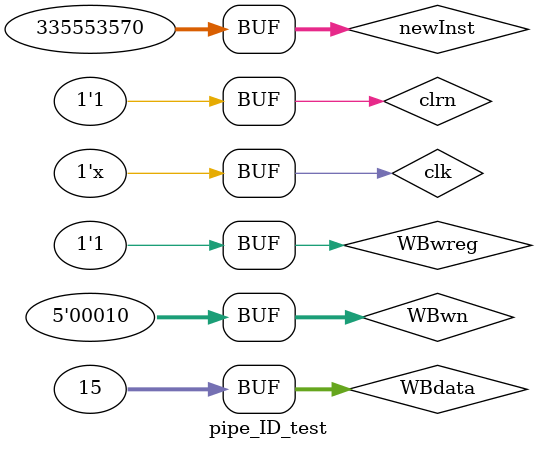
<source format=v>
`timescale 1ns / 1ps


module pipe_ID_test;

	// Inputs
	reg [31:0] newInst;
	reg clrn;
	reg clk;
	reg WBwreg;
	reg [4:0] WBwn;
	reg [31:0] WBdata;

	// Outputs
	wire IDwreg;
	wire IDm2reg;
	wire IDwmem;
	wire [3:0] IDaluc;
	wire IDshift;
	wire IDaluimm;
	wire [4:0] IDwn;
	wire [31:0] IDqa;
	wire [31:0] IDqb;
	wire [31:0] IDimmeOrSa;

	// Instantiate the Unit Under Test (UUT)
	pipe_ID uut (
		.newInst(newInst), 
		.clrn(clrn), 
		.clk(clk), 
		.WBwreg(WBwreg), 
		.WBwn(WBwn), 
		.WBdata(WBdata), 
		.IDwreg(IDwreg), 
		.IDm2reg(IDm2reg), 
		.IDwmem(IDwmem), 
		.IDaluc(IDaluc), 
		.IDshift(IDshift), 
		.IDaluimm(IDaluimm), 
		.IDwn(IDwn), 
		.IDqa(IDqa), 
		.IDqb(IDqb), 
		.IDimmeOrSa(IDimmeOrSa)
	);

always #50 clk = ~clk;
	initial begin
		// Initialize Inputs
		newInst = 0;
		clrn = 0;
		clk = 1;
		WBwreg = 0;
		WBwn = 0;
		WBdata = 0;
		#50;
		clrn = 1;

		// Wait 100 ns for global reset to finish
		#50;
      newInst = 32'b000101_00000000_00000011_00001_00001;
		WBwreg = 1;
		WBwn = 5'b00010;
		WBdata = 32'h0000000f;
		#100;
		newInst = 32'b000101_00000000_00001001_00001_00010;
		  
		// Add stimulus here

	end
      
endmodule


</source>
